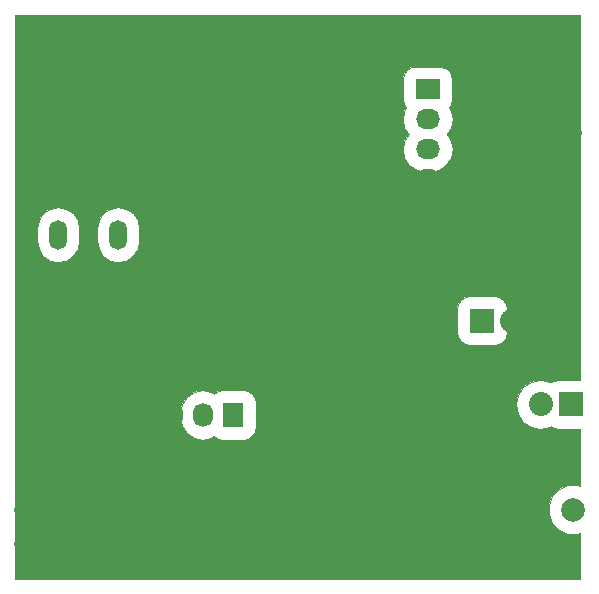
<source format=gbl>
G04 #@! TF.FileFunction,Copper,L2,Bot,Signal*
%FSLAX46Y46*%
G04 Gerber Fmt 4.6, Leading zero omitted, Abs format (unit mm)*
G04 Created by KiCad (PCBNEW 4.0.2-stable) date Thursday, February 16, 2017 'PMt' 10:10:23 PM*
%MOMM*%
G01*
G04 APERTURE LIST*
%ADD10C,0.100000*%
%ADD11O,1.501140X2.499360*%
%ADD12C,2.000000*%
%ADD13R,2.032000X2.032000*%
%ADD14O,2.032000X2.032000*%
%ADD15R,2.032000X1.727200*%
%ADD16O,2.032000X1.727200*%
%ADD17R,1.727200X2.032000*%
%ADD18O,1.727200X2.032000*%
G04 APERTURE END LIST*
D10*
D11*
X151257000Y-77724000D03*
X153797000Y-77724000D03*
X148717000Y-77724000D03*
D12*
X146000000Y-101000000D03*
X192305000Y-101000000D03*
D13*
X192100000Y-92100000D03*
D14*
X189560000Y-92100000D03*
D15*
X180000000Y-65430000D03*
D16*
X180000000Y-67970000D03*
X180000000Y-70510000D03*
X180000000Y-73050000D03*
D13*
X184600000Y-85000000D03*
D14*
X187140000Y-85000000D03*
D17*
X163500000Y-93000000D03*
D18*
X160960000Y-93000000D03*
X158420000Y-93000000D03*
D12*
X173990000Y-64516000D03*
X148336000Y-103886000D03*
X179068000Y-99568000D03*
X192024000Y-69088000D03*
X169926000Y-84582000D03*
X146000000Y-103886000D03*
X156718000Y-67310000D03*
X153416000Y-71900000D03*
X146050000Y-86360000D03*
D10*
G36*
X192900000Y-90013430D02*
X191084000Y-90013430D01*
X190694893Y-90086645D01*
X190460375Y-90237554D01*
X190391099Y-90191265D01*
X189600475Y-90034000D01*
X189519525Y-90034000D01*
X188728901Y-90191265D01*
X188058642Y-90639117D01*
X187610790Y-91309376D01*
X187453525Y-92100000D01*
X187610790Y-92890624D01*
X188058642Y-93560883D01*
X188728901Y-94008735D01*
X189519525Y-94166000D01*
X189600475Y-94166000D01*
X190391099Y-94008735D01*
X190461660Y-93961588D01*
X190667488Y-94102224D01*
X191084000Y-94186570D01*
X192900000Y-94186570D01*
X192900000Y-99027359D01*
X192714559Y-98950357D01*
X191899019Y-98949645D01*
X191145285Y-99261081D01*
X190568108Y-99837252D01*
X190255357Y-100590441D01*
X190254645Y-101405981D01*
X190566081Y-102159715D01*
X191142252Y-102736892D01*
X191895441Y-103049643D01*
X192710981Y-103050355D01*
X192900000Y-102972254D01*
X192900000Y-106900000D01*
X145100000Y-106900000D01*
X145100000Y-92807125D01*
X159046400Y-92807125D01*
X159046400Y-93192875D01*
X159192064Y-93925178D01*
X159606880Y-94545995D01*
X160227697Y-94960811D01*
X160960000Y-95106475D01*
X161692303Y-94960811D01*
X161928398Y-94803057D01*
X162219888Y-95002224D01*
X162636400Y-95086570D01*
X164363600Y-95086570D01*
X164752707Y-95013355D01*
X165110077Y-94783393D01*
X165349824Y-94432512D01*
X165434170Y-94016000D01*
X165434170Y-91984000D01*
X165360955Y-91594893D01*
X165130993Y-91237523D01*
X164780112Y-90997776D01*
X164363600Y-90913430D01*
X162636400Y-90913430D01*
X162247293Y-90986645D01*
X161924515Y-91194348D01*
X161692303Y-91039189D01*
X160960000Y-90893525D01*
X160227697Y-91039189D01*
X159606880Y-91454005D01*
X159192064Y-92074822D01*
X159046400Y-92807125D01*
X145100000Y-92807125D01*
X145100000Y-83984000D01*
X182513430Y-83984000D01*
X182513430Y-86016000D01*
X182586645Y-86405107D01*
X182816607Y-86762477D01*
X183167488Y-87002224D01*
X183584000Y-87086570D01*
X185616000Y-87086570D01*
X186005107Y-87013355D01*
X186362477Y-86783393D01*
X186602224Y-86432512D01*
X186686570Y-86016000D01*
X186686570Y-83984000D01*
X186613355Y-83594893D01*
X186383393Y-83237523D01*
X186032512Y-82997776D01*
X185616000Y-82913430D01*
X183584000Y-82913430D01*
X183194893Y-82986645D01*
X182837523Y-83216607D01*
X182597776Y-83567488D01*
X182513430Y-83984000D01*
X145100000Y-83984000D01*
X145100000Y-77179837D01*
X146916430Y-77179837D01*
X146916430Y-78268163D01*
X147053490Y-78957211D01*
X147443805Y-79541358D01*
X148027952Y-79931673D01*
X148717000Y-80068733D01*
X149406048Y-79931673D01*
X149990195Y-79541358D01*
X150380510Y-78957211D01*
X150517570Y-78268163D01*
X150517570Y-77179837D01*
X151996430Y-77179837D01*
X151996430Y-78268163D01*
X152133490Y-78957211D01*
X152523805Y-79541358D01*
X153107952Y-79931673D01*
X153797000Y-80068733D01*
X154486048Y-79931673D01*
X155070195Y-79541358D01*
X155460510Y-78957211D01*
X155597570Y-78268163D01*
X155597570Y-77179837D01*
X155460510Y-76490789D01*
X155070195Y-75906642D01*
X154486048Y-75516327D01*
X153797000Y-75379267D01*
X153107952Y-75516327D01*
X152523805Y-75906642D01*
X152133490Y-76490789D01*
X151996430Y-77179837D01*
X150517570Y-77179837D01*
X150380510Y-76490789D01*
X149990195Y-75906642D01*
X149406048Y-75516327D01*
X148717000Y-75379267D01*
X148027952Y-75516327D01*
X147443805Y-75906642D01*
X147053490Y-76490789D01*
X146916430Y-77179837D01*
X145100000Y-77179837D01*
X145100000Y-67970000D01*
X177893525Y-67970000D01*
X178039189Y-68702303D01*
X178398466Y-69240000D01*
X178039189Y-69777697D01*
X177893525Y-70510000D01*
X178039189Y-71242303D01*
X178454005Y-71863120D01*
X179074822Y-72277936D01*
X179807125Y-72423600D01*
X180192875Y-72423600D01*
X180925178Y-72277936D01*
X181545995Y-71863120D01*
X181960811Y-71242303D01*
X182106475Y-70510000D01*
X181960811Y-69777697D01*
X181601534Y-69240000D01*
X181960811Y-68702303D01*
X182106475Y-67970000D01*
X181960811Y-67237697D01*
X181803057Y-67001602D01*
X182002224Y-66710112D01*
X182086570Y-66293600D01*
X182086570Y-64566400D01*
X182013355Y-64177293D01*
X181783393Y-63819923D01*
X181432512Y-63580176D01*
X181016000Y-63495830D01*
X178984000Y-63495830D01*
X178594893Y-63569045D01*
X178237523Y-63799007D01*
X177997776Y-64149888D01*
X177913430Y-64566400D01*
X177913430Y-66293600D01*
X177986645Y-66682707D01*
X178194348Y-67005485D01*
X178039189Y-67237697D01*
X177893525Y-67970000D01*
X145100000Y-67970000D01*
X145100000Y-59100000D01*
X192900000Y-59100000D01*
X192900000Y-90013430D01*
X192900000Y-90013430D01*
G37*
X192900000Y-90013430D02*
X191084000Y-90013430D01*
X190694893Y-90086645D01*
X190460375Y-90237554D01*
X190391099Y-90191265D01*
X189600475Y-90034000D01*
X189519525Y-90034000D01*
X188728901Y-90191265D01*
X188058642Y-90639117D01*
X187610790Y-91309376D01*
X187453525Y-92100000D01*
X187610790Y-92890624D01*
X188058642Y-93560883D01*
X188728901Y-94008735D01*
X189519525Y-94166000D01*
X189600475Y-94166000D01*
X190391099Y-94008735D01*
X190461660Y-93961588D01*
X190667488Y-94102224D01*
X191084000Y-94186570D01*
X192900000Y-94186570D01*
X192900000Y-99027359D01*
X192714559Y-98950357D01*
X191899019Y-98949645D01*
X191145285Y-99261081D01*
X190568108Y-99837252D01*
X190255357Y-100590441D01*
X190254645Y-101405981D01*
X190566081Y-102159715D01*
X191142252Y-102736892D01*
X191895441Y-103049643D01*
X192710981Y-103050355D01*
X192900000Y-102972254D01*
X192900000Y-106900000D01*
X145100000Y-106900000D01*
X145100000Y-92807125D01*
X159046400Y-92807125D01*
X159046400Y-93192875D01*
X159192064Y-93925178D01*
X159606880Y-94545995D01*
X160227697Y-94960811D01*
X160960000Y-95106475D01*
X161692303Y-94960811D01*
X161928398Y-94803057D01*
X162219888Y-95002224D01*
X162636400Y-95086570D01*
X164363600Y-95086570D01*
X164752707Y-95013355D01*
X165110077Y-94783393D01*
X165349824Y-94432512D01*
X165434170Y-94016000D01*
X165434170Y-91984000D01*
X165360955Y-91594893D01*
X165130993Y-91237523D01*
X164780112Y-90997776D01*
X164363600Y-90913430D01*
X162636400Y-90913430D01*
X162247293Y-90986645D01*
X161924515Y-91194348D01*
X161692303Y-91039189D01*
X160960000Y-90893525D01*
X160227697Y-91039189D01*
X159606880Y-91454005D01*
X159192064Y-92074822D01*
X159046400Y-92807125D01*
X145100000Y-92807125D01*
X145100000Y-83984000D01*
X182513430Y-83984000D01*
X182513430Y-86016000D01*
X182586645Y-86405107D01*
X182816607Y-86762477D01*
X183167488Y-87002224D01*
X183584000Y-87086570D01*
X185616000Y-87086570D01*
X186005107Y-87013355D01*
X186362477Y-86783393D01*
X186602224Y-86432512D01*
X186686570Y-86016000D01*
X186686570Y-83984000D01*
X186613355Y-83594893D01*
X186383393Y-83237523D01*
X186032512Y-82997776D01*
X185616000Y-82913430D01*
X183584000Y-82913430D01*
X183194893Y-82986645D01*
X182837523Y-83216607D01*
X182597776Y-83567488D01*
X182513430Y-83984000D01*
X145100000Y-83984000D01*
X145100000Y-77179837D01*
X146916430Y-77179837D01*
X146916430Y-78268163D01*
X147053490Y-78957211D01*
X147443805Y-79541358D01*
X148027952Y-79931673D01*
X148717000Y-80068733D01*
X149406048Y-79931673D01*
X149990195Y-79541358D01*
X150380510Y-78957211D01*
X150517570Y-78268163D01*
X150517570Y-77179837D01*
X151996430Y-77179837D01*
X151996430Y-78268163D01*
X152133490Y-78957211D01*
X152523805Y-79541358D01*
X153107952Y-79931673D01*
X153797000Y-80068733D01*
X154486048Y-79931673D01*
X155070195Y-79541358D01*
X155460510Y-78957211D01*
X155597570Y-78268163D01*
X155597570Y-77179837D01*
X155460510Y-76490789D01*
X155070195Y-75906642D01*
X154486048Y-75516327D01*
X153797000Y-75379267D01*
X153107952Y-75516327D01*
X152523805Y-75906642D01*
X152133490Y-76490789D01*
X151996430Y-77179837D01*
X150517570Y-77179837D01*
X150380510Y-76490789D01*
X149990195Y-75906642D01*
X149406048Y-75516327D01*
X148717000Y-75379267D01*
X148027952Y-75516327D01*
X147443805Y-75906642D01*
X147053490Y-76490789D01*
X146916430Y-77179837D01*
X145100000Y-77179837D01*
X145100000Y-67970000D01*
X177893525Y-67970000D01*
X178039189Y-68702303D01*
X178398466Y-69240000D01*
X178039189Y-69777697D01*
X177893525Y-70510000D01*
X178039189Y-71242303D01*
X178454005Y-71863120D01*
X179074822Y-72277936D01*
X179807125Y-72423600D01*
X180192875Y-72423600D01*
X180925178Y-72277936D01*
X181545995Y-71863120D01*
X181960811Y-71242303D01*
X182106475Y-70510000D01*
X181960811Y-69777697D01*
X181601534Y-69240000D01*
X181960811Y-68702303D01*
X182106475Y-67970000D01*
X181960811Y-67237697D01*
X181803057Y-67001602D01*
X182002224Y-66710112D01*
X182086570Y-66293600D01*
X182086570Y-64566400D01*
X182013355Y-64177293D01*
X181783393Y-63819923D01*
X181432512Y-63580176D01*
X181016000Y-63495830D01*
X178984000Y-63495830D01*
X178594893Y-63569045D01*
X178237523Y-63799007D01*
X177997776Y-64149888D01*
X177913430Y-64566400D01*
X177913430Y-66293600D01*
X177986645Y-66682707D01*
X178194348Y-67005485D01*
X178039189Y-67237697D01*
X177893525Y-67970000D01*
X145100000Y-67970000D01*
X145100000Y-59100000D01*
X192900000Y-59100000D01*
X192900000Y-90013430D01*
M02*

</source>
